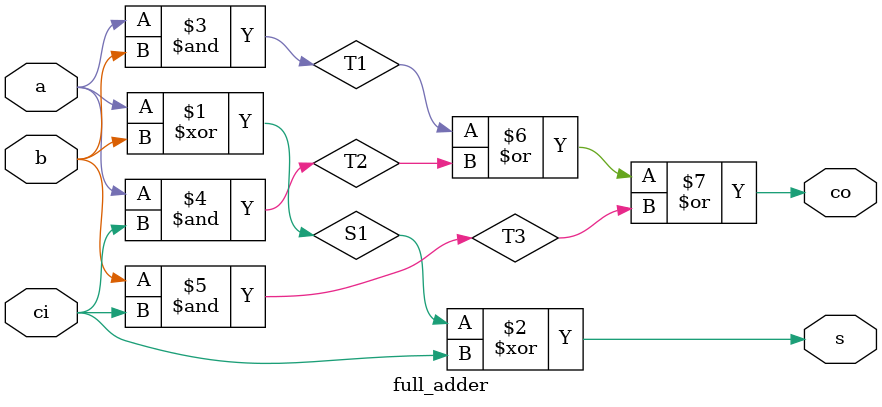
<source format=v>
module full_adder(a,b,s,ci,co);
  input a,b,ci;
  output s,co;
  wire S1,T1,T2,T3;
  assign S1=a^b;
  assign s=S1^ci;
  assign T1=a&b;
  assign T2=a&ci;
  assign T3=b&ci;
  assign co=T1|T2|T3;
endmodule
</source>
